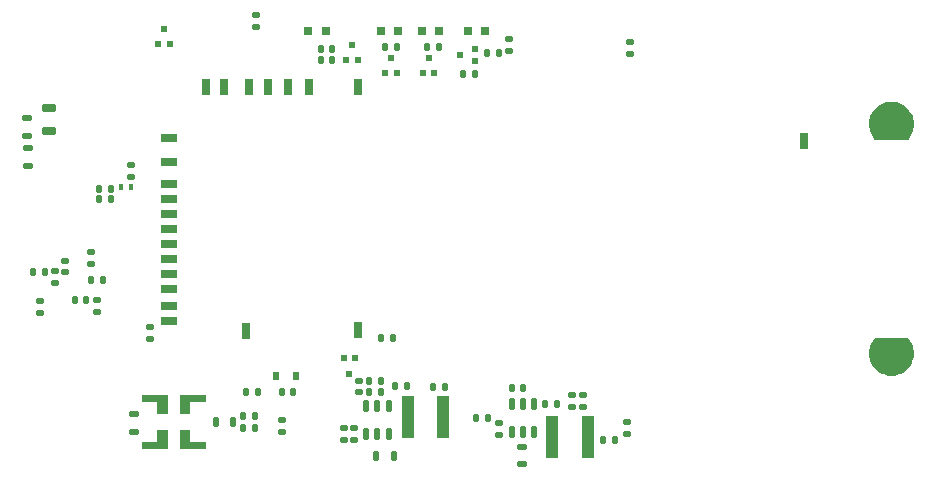
<source format=gtp>
G04*
G04 #@! TF.GenerationSoftware,Altium Limited,Altium Designer,22.8.2 (66)*
G04*
G04 Layer_Color=8421504*
%FSLAX25Y25*%
%MOIN*%
G70*
G04*
G04 #@! TF.SameCoordinates,6BB00AFB-5455-402A-A2EE-A29BA1A7275C*
G04*
G04*
G04 #@! TF.FilePolarity,Positive*
G04*
G01*
G75*
%ADD18R,0.02362X0.03150*%
%ADD19R,0.03150X0.05512*%
%ADD20R,0.05512X0.03150*%
%ADD21R,0.01181X0.01181*%
G04:AMPARAMS|DCode=22|XSize=47.24mil|YSize=23.62mil|CornerRadius=3.54mil|HoleSize=0mil|Usage=FLASHONLY|Rotation=0.000|XOffset=0mil|YOffset=0mil|HoleType=Round|Shape=RoundedRectangle|*
%AMROUNDEDRECTD22*
21,1,0.04724,0.01654,0,0,0.0*
21,1,0.04016,0.02362,0,0,0.0*
1,1,0.00709,0.02008,-0.00827*
1,1,0.00709,-0.02008,-0.00827*
1,1,0.00709,-0.02008,0.00827*
1,1,0.00709,0.02008,0.00827*
%
%ADD22ROUNDEDRECTD22*%
G04:AMPARAMS|DCode=23|XSize=31.5mil|YSize=19.68mil|CornerRadius=2.76mil|HoleSize=0mil|Usage=FLASHONLY|Rotation=180.000|XOffset=0mil|YOffset=0mil|HoleType=Round|Shape=RoundedRectangle|*
%AMROUNDEDRECTD23*
21,1,0.03150,0.01417,0,0,180.0*
21,1,0.02598,0.01968,0,0,180.0*
1,1,0.00551,-0.01299,0.00709*
1,1,0.00551,0.01299,0.00709*
1,1,0.00551,0.01299,-0.00709*
1,1,0.00551,-0.01299,-0.00709*
%
%ADD23ROUNDEDRECTD23*%
%ADD24R,0.03150X0.03150*%
%ADD25R,0.01772X0.02362*%
G04:AMPARAMS|DCode=26|XSize=39.37mil|YSize=19.68mil|CornerRadius=2.46mil|HoleSize=0mil|Usage=FLASHONLY|Rotation=270.000|XOffset=0mil|YOffset=0mil|HoleType=Round|Shape=RoundedRectangle|*
%AMROUNDEDRECTD26*
21,1,0.03937,0.01476,0,0,270.0*
21,1,0.03445,0.01968,0,0,270.0*
1,1,0.00492,-0.00738,-0.01722*
1,1,0.00492,-0.00738,0.01722*
1,1,0.00492,0.00738,0.01722*
1,1,0.00492,0.00738,-0.01722*
%
%ADD26ROUNDEDRECTD26*%
%ADD27R,0.03937X0.14173*%
G04:AMPARAMS|DCode=28|XSize=23.62mil|YSize=19.68mil|CornerRadius=3.94mil|HoleSize=0mil|Usage=FLASHONLY|Rotation=90.000|XOffset=0mil|YOffset=0mil|HoleType=Round|Shape=RoundedRectangle|*
%AMROUNDEDRECTD28*
21,1,0.02362,0.01181,0,0,90.0*
21,1,0.01575,0.01968,0,0,90.0*
1,1,0.00787,0.00591,0.00787*
1,1,0.00787,0.00591,-0.00787*
1,1,0.00787,-0.00591,-0.00787*
1,1,0.00787,-0.00591,0.00787*
%
%ADD28ROUNDEDRECTD28*%
%ADD29R,0.01969X0.02362*%
G04:AMPARAMS|DCode=30|XSize=23.62mil|YSize=19.68mil|CornerRadius=3.94mil|HoleSize=0mil|Usage=FLASHONLY|Rotation=0.000|XOffset=0mil|YOffset=0mil|HoleType=Round|Shape=RoundedRectangle|*
%AMROUNDEDRECTD30*
21,1,0.02362,0.01181,0,0,0.0*
21,1,0.01575,0.01968,0,0,0.0*
1,1,0.00787,0.00787,-0.00591*
1,1,0.00787,-0.00787,-0.00591*
1,1,0.00787,-0.00787,0.00591*
1,1,0.00787,0.00787,0.00591*
%
%ADD30ROUNDEDRECTD30*%
%ADD31R,0.02362X0.01969*%
G04:AMPARAMS|DCode=32|XSize=31.5mil|YSize=19.68mil|CornerRadius=2.76mil|HoleSize=0mil|Usage=FLASHONLY|Rotation=270.000|XOffset=0mil|YOffset=0mil|HoleType=Round|Shape=RoundedRectangle|*
%AMROUNDEDRECTD32*
21,1,0.03150,0.01417,0,0,270.0*
21,1,0.02598,0.01968,0,0,270.0*
1,1,0.00551,-0.00709,-0.01299*
1,1,0.00551,-0.00709,0.01299*
1,1,0.00551,0.00709,0.01299*
1,1,0.00551,0.00709,-0.01299*
%
%ADD32ROUNDEDRECTD32*%
G36*
X265350Y95777D02*
X266071Y95634D01*
X266774Y95421D01*
X267454Y95140D01*
X268102Y94793D01*
X268713Y94385D01*
X269282Y93918D01*
X269541Y93659D01*
X269796Y93404D01*
X270254Y92848D01*
X270656Y92251D01*
X270999Y91618D01*
X271280Y90955D01*
X271496Y90268D01*
X271645Y89564D01*
X271726Y88848D01*
X271737Y88128D01*
X271679Y87411D01*
X271553Y86702D01*
X271359Y86008D01*
X271099Y85337D01*
X270777Y84693D01*
X270393Y84083D01*
X269953Y83513D01*
X269707Y83251D01*
X258797Y83251D01*
X258797Y83251D01*
X258550Y83513D01*
X258110Y84083D01*
X257727Y84693D01*
X257404Y85336D01*
X257145Y86007D01*
X256951Y86701D01*
X256824Y87410D01*
X256766Y88127D01*
X256778Y88847D01*
X256858Y89562D01*
X257007Y90267D01*
X257223Y90953D01*
X257503Y91616D01*
X257846Y92249D01*
X258249Y92846D01*
X258706Y93402D01*
X258961Y93657D01*
X259221Y93917D01*
X259789Y94383D01*
X260400Y94792D01*
X261048Y95139D01*
X261727Y95420D01*
X262431Y95634D01*
X263152Y95777D01*
X263883Y95849D01*
X264618Y95850D01*
X265350Y95777D01*
D02*
G37*
G36*
X269738Y17076D02*
X269982Y16813D01*
X270417Y16243D01*
X270795Y15633D01*
X271114Y14991D01*
X271369Y14321D01*
X271559Y13629D01*
X271682Y12922D01*
X271737Y12207D01*
X271724Y11490D01*
X271641Y10778D01*
X271491Y10076D01*
X271275Y9392D01*
X270994Y8732D01*
X270652Y8102D01*
X270250Y7508D01*
X269794Y6955D01*
X269540Y6701D01*
X269540Y6701D01*
X269280Y6441D01*
X268712Y5975D01*
X268101Y5567D01*
X267453Y5220D01*
X266774Y4939D01*
X266071Y4726D01*
X265350Y4582D01*
X264619Y4510D01*
X263884Y4510D01*
X263152Y4582D01*
X262432Y4726D01*
X261728Y4939D01*
X261049Y5221D01*
X260401Y5567D01*
X259790Y5976D01*
X259222Y6442D01*
X258963Y6702D01*
Y6702D01*
X258709Y6955D01*
X258253Y7509D01*
X257852Y8103D01*
X257509Y8733D01*
X257228Y9393D01*
X257012Y10077D01*
X256862Y10778D01*
X256780Y11491D01*
X256766Y12208D01*
X256821Y12923D01*
X256944Y13629D01*
X257135Y14321D01*
X257390Y14991D01*
X257709Y15634D01*
X258087Y16243D01*
X258522Y16813D01*
X258766Y17076D01*
X269738Y17076D01*
X269738Y17076D01*
D02*
G37*
G36*
X35708Y-4150D02*
X30787D01*
X30749Y-4153D01*
X30712Y-4165D01*
X30678Y-4183D01*
X30648Y-4208D01*
X30623Y-4237D01*
X30605Y-4272D01*
X30593Y-4309D01*
X30590Y-4347D01*
Y-8087D01*
X27048D01*
Y-1789D01*
X35708D01*
Y-4150D01*
D02*
G37*
G36*
X23109Y-8087D02*
X19568D01*
Y-4347D01*
X19564Y-4309D01*
X19553Y-4272D01*
X19535Y-4237D01*
X19510Y-4208D01*
X19480Y-4183D01*
X19446Y-4165D01*
X19409Y-4153D01*
X19370Y-4150D01*
X14450D01*
Y-1789D01*
X23109D01*
Y-8087D01*
D02*
G37*
G36*
X30590Y-17339D02*
X30593Y-17378D01*
X30605Y-17415D01*
X30623Y-17449D01*
X30648Y-17479D01*
X30678Y-17504D01*
X30712Y-17522D01*
X30749Y-17534D01*
X30787Y-17537D01*
X35708D01*
Y-19898D01*
X27048D01*
Y-13600D01*
X30590D01*
Y-17339D01*
D02*
G37*
G36*
X23109Y-19898D02*
X14450D01*
Y-17537D01*
X19370D01*
X19409Y-17534D01*
X19446Y-17522D01*
X19480Y-17504D01*
X19510Y-17479D01*
X19535Y-17449D01*
X19553Y-17415D01*
X19564Y-17378D01*
X19568Y-17339D01*
Y-13600D01*
X23109D01*
Y-19898D01*
D02*
G37*
D18*
X65752Y4319D02*
D03*
X59059D02*
D03*
D19*
X56494Y100652D02*
D03*
X70046D02*
D03*
X41774Y100691D02*
D03*
X50108Y100676D02*
D03*
X63057Y100652D02*
D03*
X35864Y100648D02*
D03*
X49179Y19510D02*
D03*
X86368Y100656D02*
D03*
X235101Y82754D02*
D03*
X86467Y19636D02*
D03*
D20*
X23463Y38321D02*
D03*
X23502Y33317D02*
D03*
X23534Y68369D02*
D03*
X23416Y63349D02*
D03*
X23451Y58333D02*
D03*
X23451Y53337D02*
D03*
X23415Y48341D02*
D03*
X23455Y27854D02*
D03*
X23341Y83707D02*
D03*
X23475Y22625D02*
D03*
X23534Y75766D02*
D03*
X23534Y43321D02*
D03*
D21*
X19370Y-18718D02*
D03*
X30787D02*
D03*
Y-2970D02*
D03*
X19370D02*
D03*
D22*
X-16481Y93709D02*
D03*
Y86229D02*
D03*
D23*
X-23704Y74394D02*
D03*
Y80299D02*
D03*
X141102Y-19111D02*
D03*
Y-25017D02*
D03*
X11653Y-14213D02*
D03*
Y-8307D02*
D03*
X-23731Y84535D02*
D03*
Y90440D02*
D03*
D24*
X69884Y119336D02*
D03*
X75789D02*
D03*
X128939D02*
D03*
X123034D02*
D03*
X113585D02*
D03*
X107679D02*
D03*
X99882D02*
D03*
X93976D02*
D03*
D25*
X7310Y67390D02*
D03*
X10656D02*
D03*
D26*
X137795Y-14387D02*
D03*
X141535D02*
D03*
X145276D02*
D03*
X137795Y-4938D02*
D03*
X141535D02*
D03*
X145276D02*
D03*
X89177Y-15029D02*
D03*
X92917D02*
D03*
X96658D02*
D03*
X89177Y-5580D02*
D03*
X92917D02*
D03*
X96658D02*
D03*
D27*
X151221Y-15922D02*
D03*
X163031D02*
D03*
X102992Y-9387D02*
D03*
X114803D02*
D03*
D28*
X73989Y109666D02*
D03*
X77926D02*
D03*
X-17813Y39024D02*
D03*
X-21750D02*
D03*
X-2543Y36292D02*
D03*
X1394D02*
D03*
X53106Y-836D02*
D03*
X49169D02*
D03*
X60980D02*
D03*
X64917D02*
D03*
X52091Y-12886D02*
D03*
X48154D02*
D03*
X51974Y-8773D02*
D03*
X48037D02*
D03*
X90229Y-996D02*
D03*
X94166D02*
D03*
X168260Y-16834D02*
D03*
X172197D02*
D03*
X115354Y731D02*
D03*
X111417D02*
D03*
X152677Y-4764D02*
D03*
X148740D02*
D03*
X94166Y2842D02*
D03*
X90229D02*
D03*
X102829Y957D02*
D03*
X98892D02*
D03*
X129685Y-9436D02*
D03*
X125748D02*
D03*
X114Y66782D02*
D03*
X4051D02*
D03*
X114Y63317D02*
D03*
X4051D02*
D03*
X137627Y273D02*
D03*
X141564D02*
D03*
X-8034Y29639D02*
D03*
X-4097D02*
D03*
X73989Y113377D02*
D03*
X77926D02*
D03*
X121567Y105027D02*
D03*
X95460Y114194D02*
D03*
X99397D02*
D03*
X109340D02*
D03*
X113277D02*
D03*
X133405Y112042D02*
D03*
X129469D02*
D03*
X125504Y105027D02*
D03*
X98103Y17068D02*
D03*
X94166D02*
D03*
D29*
X21758Y120105D02*
D03*
X19789Y114987D02*
D03*
X23727D02*
D03*
X83603Y5184D02*
D03*
X85572Y10302D02*
D03*
X81634D02*
D03*
X86312Y109666D02*
D03*
X82374D02*
D03*
X84343Y114784D02*
D03*
X95460Y105436D02*
D03*
X107986D02*
D03*
X97429Y110554D02*
D03*
X99398Y105436D02*
D03*
X109956Y110554D02*
D03*
X111925Y105436D02*
D03*
D30*
X-14541Y35503D02*
D03*
Y39440D02*
D03*
X-575Y29790D02*
D03*
Y25853D02*
D03*
X-19656Y29268D02*
D03*
Y25331D02*
D03*
X-11378Y38971D02*
D03*
Y42908D02*
D03*
X177057Y111672D02*
D03*
Y115609D02*
D03*
X17175Y20707D02*
D03*
Y16770D02*
D03*
X61246Y-10220D02*
D03*
Y-14156D02*
D03*
X-2535Y41679D02*
D03*
Y45616D02*
D03*
X84981Y-13061D02*
D03*
Y-16998D02*
D03*
X81811D02*
D03*
Y-13061D02*
D03*
X86880Y-1012D02*
D03*
Y2925D02*
D03*
X157658Y-5768D02*
D03*
Y-1832D02*
D03*
X161427Y-5768D02*
D03*
Y-1832D02*
D03*
X133500Y-15174D02*
D03*
Y-11237D02*
D03*
X10784Y70916D02*
D03*
Y74853D02*
D03*
X52604Y120888D02*
D03*
Y124825D02*
D03*
X136870Y116668D02*
D03*
Y112731D02*
D03*
X175969Y-11043D02*
D03*
Y-14980D02*
D03*
D31*
X125593Y113336D02*
D03*
Y109398D02*
D03*
X120475Y111367D02*
D03*
D32*
X38961Y-11057D02*
D03*
X44866D02*
D03*
X92599Y-22119D02*
D03*
X98504D02*
D03*
M02*

</source>
